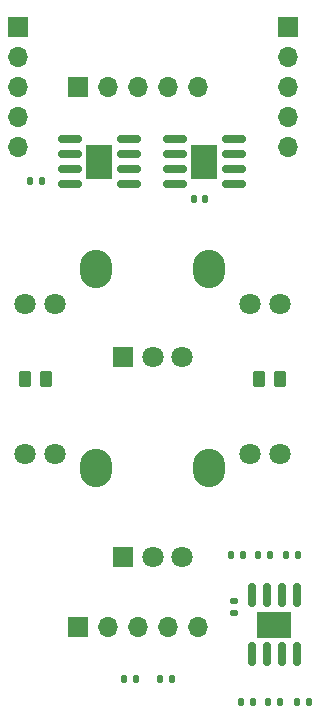
<source format=gbr>
%TF.GenerationSoftware,KiCad,Pcbnew,8.0.5*%
%TF.CreationDate,2024-11-14T15:36:57+05:30*%
%TF.ProjectId,v2ca,76326361-2e6b-4696-9361-645f70636258,rev?*%
%TF.SameCoordinates,Original*%
%TF.FileFunction,Soldermask,Top*%
%TF.FilePolarity,Negative*%
%FSLAX46Y46*%
G04 Gerber Fmt 4.6, Leading zero omitted, Abs format (unit mm)*
G04 Created by KiCad (PCBNEW 8.0.5) date 2024-11-14 15:36:57*
%MOMM*%
%LPD*%
G01*
G04 APERTURE LIST*
G04 Aperture macros list*
%AMRoundRect*
0 Rectangle with rounded corners*
0 $1 Rounding radius*
0 $2 $3 $4 $5 $6 $7 $8 $9 X,Y pos of 4 corners*
0 Add a 4 corners polygon primitive as box body*
4,1,4,$2,$3,$4,$5,$6,$7,$8,$9,$2,$3,0*
0 Add four circle primitives for the rounded corners*
1,1,$1+$1,$2,$3*
1,1,$1+$1,$4,$5*
1,1,$1+$1,$6,$7*
1,1,$1+$1,$8,$9*
0 Add four rect primitives between the rounded corners*
20,1,$1+$1,$2,$3,$4,$5,0*
20,1,$1+$1,$4,$5,$6,$7,0*
20,1,$1+$1,$6,$7,$8,$9,0*
20,1,$1+$1,$8,$9,$2,$3,0*%
G04 Aperture macros list end*
%ADD10RoundRect,0.150000X-0.825000X-0.150000X0.825000X-0.150000X0.825000X0.150000X-0.825000X0.150000X0*%
%ADD11R,2.290000X3.000000*%
%ADD12C,1.800000*%
%ADD13RoundRect,0.150000X0.150000X-0.825000X0.150000X0.825000X-0.150000X0.825000X-0.150000X-0.825000X0*%
%ADD14R,3.000000X2.290000*%
%ADD15R,1.800000X1.800000*%
%ADD16O,2.720000X3.240000*%
%ADD17RoundRect,0.135000X0.135000X0.185000X-0.135000X0.185000X-0.135000X-0.185000X0.135000X-0.185000X0*%
%ADD18RoundRect,0.250000X-0.262500X-0.450000X0.262500X-0.450000X0.262500X0.450000X-0.262500X0.450000X0*%
%ADD19RoundRect,0.250000X0.262500X0.450000X-0.262500X0.450000X-0.262500X-0.450000X0.262500X-0.450000X0*%
%ADD20R,1.700000X1.700000*%
%ADD21O,1.700000X1.700000*%
%ADD22RoundRect,0.140000X-0.140000X-0.170000X0.140000X-0.170000X0.140000X0.170000X-0.140000X0.170000X0*%
%ADD23RoundRect,0.140000X0.140000X0.170000X-0.140000X0.170000X-0.140000X-0.170000X0.140000X-0.170000X0*%
%ADD24RoundRect,0.140000X-0.170000X0.140000X-0.170000X-0.140000X0.170000X-0.140000X0.170000X0.140000X0*%
G04 APERTURE END LIST*
D10*
%TO.C,U5*%
X55245000Y-55245000D03*
X55245000Y-56515000D03*
X55245000Y-57785000D03*
X55245000Y-59055000D03*
X60195000Y-59055000D03*
X60195000Y-57785000D03*
X60195000Y-56515000D03*
X60195000Y-55245000D03*
D11*
X57720000Y-57150000D03*
%TD*%
D10*
%TO.C,U4*%
X64135000Y-55245000D03*
X64135000Y-56515000D03*
X64135000Y-57785000D03*
X64135000Y-59055000D03*
X69085000Y-59055000D03*
X69085000Y-57785000D03*
X69085000Y-56515000D03*
X69085000Y-55245000D03*
D11*
X66610000Y-57150000D03*
%TD*%
D12*
%TO.C,U3*%
X70485000Y-69215000D03*
X73025000Y-69215000D03*
X70485000Y-81915000D03*
X73025000Y-81915000D03*
%TD*%
D13*
%TO.C,U2*%
X70600000Y-98803000D03*
X71870000Y-98803000D03*
X73140000Y-98803000D03*
X74410000Y-98803000D03*
X74410000Y-93853000D03*
X73140000Y-93853000D03*
X71870000Y-93853000D03*
X70600000Y-93853000D03*
D14*
X72505000Y-96328000D03*
%TD*%
D12*
%TO.C,U1*%
X51435000Y-69215000D03*
X53975000Y-69215000D03*
X51435000Y-81915000D03*
X53975000Y-81915000D03*
%TD*%
D15*
%TO.C,RV2*%
X59730000Y-90561000D03*
D12*
X64730000Y-90561000D03*
X62230000Y-90561000D03*
D16*
X67030000Y-83061000D03*
X57430000Y-83061000D03*
%TD*%
D15*
%TO.C,RV1*%
X59730000Y-73670000D03*
D12*
X64730000Y-73670000D03*
X62230000Y-73670000D03*
D16*
X67030000Y-66170000D03*
X57430000Y-66170000D03*
%TD*%
D17*
%TO.C,R10*%
X72140000Y-90424000D03*
X71120000Y-90424000D03*
%TD*%
%TO.C,R9*%
X74551000Y-90424000D03*
X73531000Y-90424000D03*
%TD*%
%TO.C,R8*%
X69852000Y-90424000D03*
X68832000Y-90424000D03*
%TD*%
D18*
%TO.C,R7*%
X71200000Y-75565000D03*
X73025000Y-75565000D03*
%TD*%
D17*
%TO.C,R6*%
X59817000Y-100965000D03*
X60837000Y-100965000D03*
%TD*%
%TO.C,R5*%
X62863000Y-100965000D03*
X63883000Y-100965000D03*
%TD*%
%TO.C,R4*%
X73025000Y-102870000D03*
X72005000Y-102870000D03*
%TD*%
%TO.C,R3*%
X74418000Y-102870000D03*
X75438000Y-102870000D03*
%TD*%
%TO.C,R2*%
X70715000Y-102867000D03*
X69695000Y-102867000D03*
%TD*%
D19*
%TO.C,R1*%
X53236500Y-75565000D03*
X51411500Y-75565000D03*
%TD*%
D20*
%TO.C,OUTPUT1*%
X73660000Y-45720000D03*
D21*
X73660000Y-48260000D03*
X73660000Y-50800000D03*
X73660000Y-53340000D03*
X73660000Y-55880000D03*
%TD*%
D22*
%TO.C,C3*%
X51872000Y-58801000D03*
X52832000Y-58801000D03*
%TD*%
D23*
%TO.C,C2*%
X66675000Y-60325000D03*
X65715000Y-60325000D03*
%TD*%
D24*
%TO.C,C1*%
X69088000Y-94361000D03*
X69088000Y-95321000D03*
%TD*%
D20*
%TO.C,INPUT1*%
X50800000Y-45720000D03*
D21*
X50800000Y-48260000D03*
X50800000Y-50800000D03*
X50800000Y-53340000D03*
X50800000Y-55880000D03*
%TD*%
D20*
%TO.C,GND1*%
X55880000Y-96520000D03*
D21*
X58420000Y-96520000D03*
X60960000Y-96520000D03*
X63500000Y-96520000D03*
X66040000Y-96520000D03*
%TD*%
D20*
%TO.C,5V1*%
X55880000Y-50800000D03*
D21*
X58420000Y-50800000D03*
X60960000Y-50800000D03*
X63500000Y-50800000D03*
X66040000Y-50800000D03*
%TD*%
M02*

</source>
